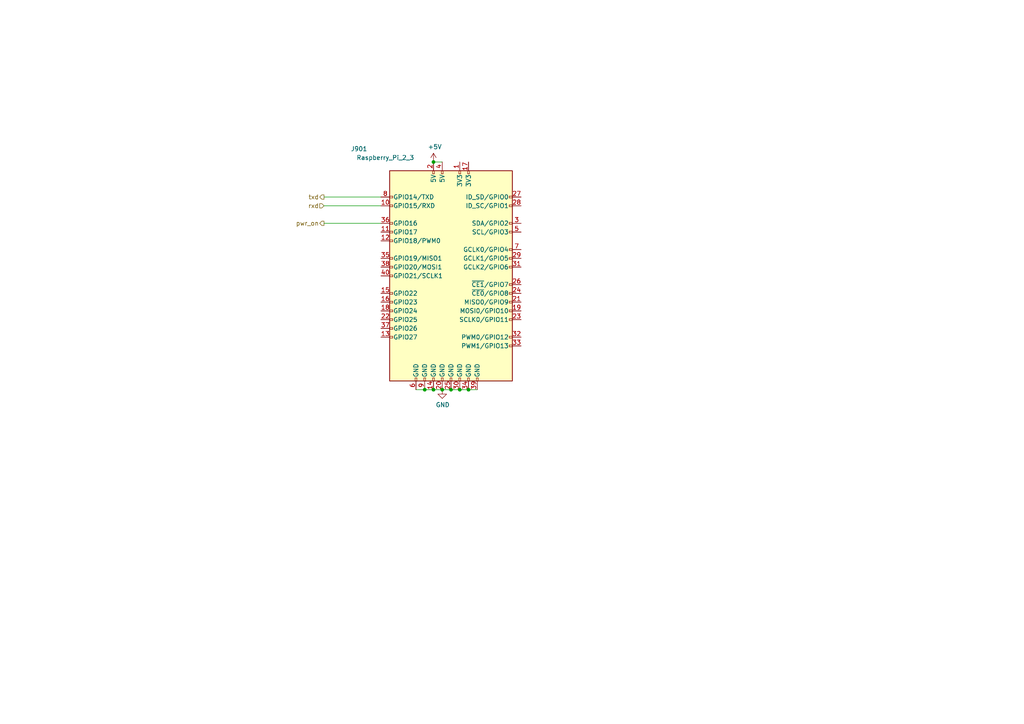
<source format=kicad_sch>
(kicad_sch (version 20210621) (generator eeschema)

  (uuid e26b9414-48b7-4e07-a4ea-f1def3328606)

  (paper "A4")

  (lib_symbols
    (symbol "Connector:Raspberry_Pi_2_3" (pin_names (offset 1.016)) (in_bom yes) (on_board yes)
      (property "Reference" "J" (id 0) (at -17.78 31.75 0)
        (effects (font (size 1.27 1.27)) (justify left bottom))
      )
      (property "Value" "Raspberry_Pi_2_3" (id 1) (at 10.16 -31.75 0)
        (effects (font (size 1.27 1.27)) (justify left top))
      )
      (property "Footprint" "" (id 2) (at 0 0 0)
        (effects (font (size 1.27 1.27)) hide)
      )
      (property "Datasheet" "https://www.raspberrypi.org/documentation/hardware/raspberrypi/schematics/rpi_SCH_3bplus_1p0_reduced.pdf" (id 3) (at 0 0 0)
        (effects (font (size 1.27 1.27)) hide)
      )
      (property "ki_keywords" "raspberrypi gpio" (id 4) (at 0 0 0)
        (effects (font (size 1.27 1.27)) hide)
      )
      (property "ki_description" "expansion header for Raspberry Pi 2 & 3" (id 5) (at 0 0 0)
        (effects (font (size 1.27 1.27)) hide)
      )
      (property "ki_fp_filters" "PinHeader*2x20*P2.54mm*Vertical* PinSocket*2x20*P2.54mm*Vertical*" (id 6) (at 0 0 0)
        (effects (font (size 1.27 1.27)) hide)
      )
      (symbol "Raspberry_Pi_2_3_0_1"
        (rectangle (start -17.78 30.48) (end 17.78 -30.48)
          (stroke (width 0.254) (type default) (color 0 0 0 0))
          (fill (type background))
        )
      )
      (symbol "Raspberry_Pi_2_3_1_1"
        (rectangle (start -16.891 -17.526) (end -17.78 -18.034)
          (stroke (width 0) (type default) (color 0 0 0 0))
          (fill (type none))
        )
        (rectangle (start -16.891 -14.986) (end -17.78 -15.494)
          (stroke (width 0) (type default) (color 0 0 0 0))
          (fill (type none))
        )
        (rectangle (start -16.891 -12.446) (end -17.78 -12.954)
          (stroke (width 0) (type default) (color 0 0 0 0))
          (fill (type none))
        )
        (rectangle (start -16.891 -9.906) (end -17.78 -10.414)
          (stroke (width 0) (type default) (color 0 0 0 0))
          (fill (type none))
        )
        (rectangle (start -16.891 -7.366) (end -17.78 -7.874)
          (stroke (width 0) (type default) (color 0 0 0 0))
          (fill (type none))
        )
        (rectangle (start -16.891 -4.826) (end -17.78 -5.334)
          (stroke (width 0) (type default) (color 0 0 0 0))
          (fill (type none))
        )
        (rectangle (start -16.891 0.254) (end -17.78 -0.254)
          (stroke (width 0) (type default) (color 0 0 0 0))
          (fill (type none))
        )
        (rectangle (start -16.891 2.794) (end -17.78 2.286)
          (stroke (width 0) (type default) (color 0 0 0 0))
          (fill (type none))
        )
        (rectangle (start -16.891 5.334) (end -17.78 4.826)
          (stroke (width 0) (type default) (color 0 0 0 0))
          (fill (type none))
        )
        (rectangle (start -16.891 10.414) (end -17.78 9.906)
          (stroke (width 0) (type default) (color 0 0 0 0))
          (fill (type none))
        )
        (rectangle (start -16.891 12.954) (end -17.78 12.446)
          (stroke (width 0) (type default) (color 0 0 0 0))
          (fill (type none))
        )
        (rectangle (start -16.891 15.494) (end -17.78 14.986)
          (stroke (width 0) (type default) (color 0 0 0 0))
          (fill (type none))
        )
        (rectangle (start -16.891 20.574) (end -17.78 20.066)
          (stroke (width 0) (type default) (color 0 0 0 0))
          (fill (type none))
        )
        (rectangle (start -16.891 23.114) (end -17.78 22.606)
          (stroke (width 0) (type default) (color 0 0 0 0))
          (fill (type none))
        )
        (rectangle (start -10.414 -29.591) (end -9.906 -30.48)
          (stroke (width 0) (type default) (color 0 0 0 0))
          (fill (type none))
        )
        (rectangle (start -7.874 -29.591) (end -7.366 -30.48)
          (stroke (width 0) (type default) (color 0 0 0 0))
          (fill (type none))
        )
        (rectangle (start -5.334 -29.591) (end -4.826 -30.48)
          (stroke (width 0) (type default) (color 0 0 0 0))
          (fill (type none))
        )
        (rectangle (start -5.334 30.48) (end -4.826 29.591)
          (stroke (width 0) (type default) (color 0 0 0 0))
          (fill (type none))
        )
        (rectangle (start -2.794 -29.591) (end -2.286 -30.48)
          (stroke (width 0) (type default) (color 0 0 0 0))
          (fill (type none))
        )
        (rectangle (start -2.794 30.48) (end -2.286 29.591)
          (stroke (width 0) (type default) (color 0 0 0 0))
          (fill (type none))
        )
        (rectangle (start -0.254 -29.591) (end 0.254 -30.48)
          (stroke (width 0) (type default) (color 0 0 0 0))
          (fill (type none))
        )
        (rectangle (start 2.286 -29.591) (end 2.794 -30.48)
          (stroke (width 0) (type default) (color 0 0 0 0))
          (fill (type none))
        )
        (rectangle (start 2.286 30.48) (end 2.794 29.591)
          (stroke (width 0) (type default) (color 0 0 0 0))
          (fill (type none))
        )
        (rectangle (start 4.826 -29.591) (end 5.334 -30.48)
          (stroke (width 0) (type default) (color 0 0 0 0))
          (fill (type none))
        )
        (rectangle (start 4.826 30.48) (end 5.334 29.591)
          (stroke (width 0) (type default) (color 0 0 0 0))
          (fill (type none))
        )
        (rectangle (start 7.366 -29.591) (end 7.874 -30.48)
          (stroke (width 0) (type default) (color 0 0 0 0))
          (fill (type none))
        )
        (rectangle (start 17.78 -20.066) (end 16.891 -20.574)
          (stroke (width 0) (type default) (color 0 0 0 0))
          (fill (type none))
        )
        (rectangle (start 17.78 -17.526) (end 16.891 -18.034)
          (stroke (width 0) (type default) (color 0 0 0 0))
          (fill (type none))
        )
        (rectangle (start 17.78 -12.446) (end 16.891 -12.954)
          (stroke (width 0) (type default) (color 0 0 0 0))
          (fill (type none))
        )
        (rectangle (start 17.78 -9.906) (end 16.891 -10.414)
          (stroke (width 0) (type default) (color 0 0 0 0))
          (fill (type none))
        )
        (rectangle (start 17.78 -7.366) (end 16.891 -7.874)
          (stroke (width 0) (type default) (color 0 0 0 0))
          (fill (type none))
        )
        (rectangle (start 17.78 -4.826) (end 16.891 -5.334)
          (stroke (width 0) (type default) (color 0 0 0 0))
          (fill (type none))
        )
        (rectangle (start 17.78 -2.286) (end 16.891 -2.794)
          (stroke (width 0) (type default) (color 0 0 0 0))
          (fill (type none))
        )
        (rectangle (start 17.78 2.794) (end 16.891 2.286)
          (stroke (width 0) (type default) (color 0 0 0 0))
          (fill (type none))
        )
        (rectangle (start 17.78 5.334) (end 16.891 4.826)
          (stroke (width 0) (type default) (color 0 0 0 0))
          (fill (type none))
        )
        (rectangle (start 17.78 7.874) (end 16.891 7.366)
          (stroke (width 0) (type default) (color 0 0 0 0))
          (fill (type none))
        )
        (rectangle (start 17.78 12.954) (end 16.891 12.446)
          (stroke (width 0) (type default) (color 0 0 0 0))
          (fill (type none))
        )
        (rectangle (start 17.78 15.494) (end 16.891 14.986)
          (stroke (width 0) (type default) (color 0 0 0 0))
          (fill (type none))
        )
        (rectangle (start 17.78 20.574) (end 16.891 20.066)
          (stroke (width 0) (type default) (color 0 0 0 0))
          (fill (type none))
        )
        (rectangle (start 17.78 23.114) (end 16.891 22.606)
          (stroke (width 0) (type default) (color 0 0 0 0))
          (fill (type none))
        )
        (pin power_in line (at 2.54 33.02 270) (length 2.54)
          (name "3V3" (effects (font (size 1.27 1.27))))
          (number "1" (effects (font (size 1.27 1.27))))
        )
        (pin bidirectional line (at -20.32 20.32 0) (length 2.54)
          (name "GPIO15/RXD" (effects (font (size 1.27 1.27))))
          (number "10" (effects (font (size 1.27 1.27))))
        )
        (pin bidirectional line (at -20.32 12.7 0) (length 2.54)
          (name "GPIO17" (effects (font (size 1.27 1.27))))
          (number "11" (effects (font (size 1.27 1.27))))
        )
        (pin bidirectional line (at -20.32 10.16 0) (length 2.54)
          (name "GPIO18/PWM0" (effects (font (size 1.27 1.27))))
          (number "12" (effects (font (size 1.27 1.27))))
        )
        (pin bidirectional line (at -20.32 -17.78 0) (length 2.54)
          (name "GPIO27" (effects (font (size 1.27 1.27))))
          (number "13" (effects (font (size 1.27 1.27))))
        )
        (pin power_in line (at -5.08 -33.02 90) (length 2.54)
          (name "GND" (effects (font (size 1.27 1.27))))
          (number "14" (effects (font (size 1.27 1.27))))
        )
        (pin bidirectional line (at -20.32 -5.08 0) (length 2.54)
          (name "GPIO22" (effects (font (size 1.27 1.27))))
          (number "15" (effects (font (size 1.27 1.27))))
        )
        (pin bidirectional line (at -20.32 -7.62 0) (length 2.54)
          (name "GPIO23" (effects (font (size 1.27 1.27))))
          (number "16" (effects (font (size 1.27 1.27))))
        )
        (pin power_in line (at 5.08 33.02 270) (length 2.54)
          (name "3V3" (effects (font (size 1.27 1.27))))
          (number "17" (effects (font (size 1.27 1.27))))
        )
        (pin bidirectional line (at -20.32 -10.16 0) (length 2.54)
          (name "GPIO24" (effects (font (size 1.27 1.27))))
          (number "18" (effects (font (size 1.27 1.27))))
        )
        (pin bidirectional line (at 20.32 -10.16 180) (length 2.54)
          (name "MOSI0/GPIO10" (effects (font (size 1.27 1.27))))
          (number "19" (effects (font (size 1.27 1.27))))
        )
        (pin power_in line (at -5.08 33.02 270) (length 2.54)
          (name "5V" (effects (font (size 1.27 1.27))))
          (number "2" (effects (font (size 1.27 1.27))))
        )
        (pin power_in line (at -2.54 -33.02 90) (length 2.54)
          (name "GND" (effects (font (size 1.27 1.27))))
          (number "20" (effects (font (size 1.27 1.27))))
        )
        (pin bidirectional line (at 20.32 -7.62 180) (length 2.54)
          (name "MISO0/GPIO9" (effects (font (size 1.27 1.27))))
          (number "21" (effects (font (size 1.27 1.27))))
        )
        (pin bidirectional line (at -20.32 -12.7 0) (length 2.54)
          (name "GPIO25" (effects (font (size 1.27 1.27))))
          (number "22" (effects (font (size 1.27 1.27))))
        )
        (pin bidirectional line (at 20.32 -12.7 180) (length 2.54)
          (name "SCLK0/GPIO11" (effects (font (size 1.27 1.27))))
          (number "23" (effects (font (size 1.27 1.27))))
        )
        (pin bidirectional line (at 20.32 -5.08 180) (length 2.54)
          (name "~{CE0}/GPIO8" (effects (font (size 1.27 1.27))))
          (number "24" (effects (font (size 1.27 1.27))))
        )
        (pin power_in line (at 0 -33.02 90) (length 2.54)
          (name "GND" (effects (font (size 1.27 1.27))))
          (number "25" (effects (font (size 1.27 1.27))))
        )
        (pin bidirectional line (at 20.32 -2.54 180) (length 2.54)
          (name "~{CE1}/GPIO7" (effects (font (size 1.27 1.27))))
          (number "26" (effects (font (size 1.27 1.27))))
        )
        (pin bidirectional line (at 20.32 22.86 180) (length 2.54)
          (name "ID_SD/GPIO0" (effects (font (size 1.27 1.27))))
          (number "27" (effects (font (size 1.27 1.27))))
        )
        (pin bidirectional line (at 20.32 20.32 180) (length 2.54)
          (name "ID_SC/GPIO1" (effects (font (size 1.27 1.27))))
          (number "28" (effects (font (size 1.27 1.27))))
        )
        (pin bidirectional line (at 20.32 5.08 180) (length 2.54)
          (name "GCLK1/GPIO5" (effects (font (size 1.27 1.27))))
          (number "29" (effects (font (size 1.27 1.27))))
        )
        (pin bidirectional line (at 20.32 15.24 180) (length 2.54)
          (name "SDA/GPIO2" (effects (font (size 1.27 1.27))))
          (number "3" (effects (font (size 1.27 1.27))))
        )
        (pin power_in line (at 2.54 -33.02 90) (length 2.54)
          (name "GND" (effects (font (size 1.27 1.27))))
          (number "30" (effects (font (size 1.27 1.27))))
        )
        (pin bidirectional line (at 20.32 2.54 180) (length 2.54)
          (name "GCLK2/GPIO6" (effects (font (size 1.27 1.27))))
          (number "31" (effects (font (size 1.27 1.27))))
        )
        (pin bidirectional line (at 20.32 -17.78 180) (length 2.54)
          (name "PWM0/GPIO12" (effects (font (size 1.27 1.27))))
          (number "32" (effects (font (size 1.27 1.27))))
        )
        (pin bidirectional line (at 20.32 -20.32 180) (length 2.54)
          (name "PWM1/GPIO13" (effects (font (size 1.27 1.27))))
          (number "33" (effects (font (size 1.27 1.27))))
        )
        (pin power_in line (at 5.08 -33.02 90) (length 2.54)
          (name "GND" (effects (font (size 1.27 1.27))))
          (number "34" (effects (font (size 1.27 1.27))))
        )
        (pin bidirectional line (at -20.32 5.08 0) (length 2.54)
          (name "GPIO19/MISO1" (effects (font (size 1.27 1.27))))
          (number "35" (effects (font (size 1.27 1.27))))
        )
        (pin bidirectional line (at -20.32 15.24 0) (length 2.54)
          (name "GPIO16" (effects (font (size 1.27 1.27))))
          (number "36" (effects (font (size 1.27 1.27))))
        )
        (pin bidirectional line (at -20.32 -15.24 0) (length 2.54)
          (name "GPIO26" (effects (font (size 1.27 1.27))))
          (number "37" (effects (font (size 1.27 1.27))))
        )
        (pin bidirectional line (at -20.32 2.54 0) (length 2.54)
          (name "GPIO20/MOSI1" (effects (font (size 1.27 1.27))))
          (number "38" (effects (font (size 1.27 1.27))))
        )
        (pin power_in line (at 7.62 -33.02 90) (length 2.54)
          (name "GND" (effects (font (size 1.27 1.27))))
          (number "39" (effects (font (size 1.27 1.27))))
        )
        (pin power_in line (at -2.54 33.02 270) (length 2.54)
          (name "5V" (effects (font (size 1.27 1.27))))
          (number "4" (effects (font (size 1.27 1.27))))
        )
        (pin bidirectional line (at -20.32 0 0) (length 2.54)
          (name "GPIO21/SCLK1" (effects (font (size 1.27 1.27))))
          (number "40" (effects (font (size 1.27 1.27))))
        )
        (pin bidirectional line (at 20.32 12.7 180) (length 2.54)
          (name "SCL/GPIO3" (effects (font (size 1.27 1.27))))
          (number "5" (effects (font (size 1.27 1.27))))
        )
        (pin power_in line (at -10.16 -33.02 90) (length 2.54)
          (name "GND" (effects (font (size 1.27 1.27))))
          (number "6" (effects (font (size 1.27 1.27))))
        )
        (pin bidirectional line (at 20.32 7.62 180) (length 2.54)
          (name "GCLK0/GPIO4" (effects (font (size 1.27 1.27))))
          (number "7" (effects (font (size 1.27 1.27))))
        )
        (pin bidirectional line (at -20.32 22.86 0) (length 2.54)
          (name "GPIO14/TXD" (effects (font (size 1.27 1.27))))
          (number "8" (effects (font (size 1.27 1.27))))
        )
        (pin power_in line (at -7.62 -33.02 90) (length 2.54)
          (name "GND" (effects (font (size 1.27 1.27))))
          (number "9" (effects (font (size 1.27 1.27))))
        )
      )
    )
    (symbol "power:+5V" (power) (pin_names (offset 0)) (in_bom yes) (on_board yes)
      (property "Reference" "#PWR" (id 0) (at 0 -3.81 0)
        (effects (font (size 1.27 1.27)) hide)
      )
      (property "Value" "+5V" (id 1) (at 0 3.556 0)
        (effects (font (size 1.27 1.27)))
      )
      (property "Footprint" "" (id 2) (at 0 0 0)
        (effects (font (size 1.27 1.27)) hide)
      )
      (property "Datasheet" "" (id 3) (at 0 0 0)
        (effects (font (size 1.27 1.27)) hide)
      )
      (property "ki_keywords" "power-flag" (id 4) (at 0 0 0)
        (effects (font (size 1.27 1.27)) hide)
      )
      (property "ki_description" "Power symbol creates a global label with name \"+5V\"" (id 5) (at 0 0 0)
        (effects (font (size 1.27 1.27)) hide)
      )
      (symbol "+5V_0_1"
        (polyline
          (pts
            (xy -0.762 1.27)
            (xy 0 2.54)
          )
          (stroke (width 0) (type default) (color 0 0 0 0))
          (fill (type none))
        )
        (polyline
          (pts
            (xy 0 0)
            (xy 0 2.54)
          )
          (stroke (width 0) (type default) (color 0 0 0 0))
          (fill (type none))
        )
        (polyline
          (pts
            (xy 0 2.54)
            (xy 0.762 1.27)
          )
          (stroke (width 0) (type default) (color 0 0 0 0))
          (fill (type none))
        )
      )
      (symbol "+5V_1_1"
        (pin power_in line (at 0 0 90) (length 0) hide
          (name "+5V" (effects (font (size 1.27 1.27))))
          (number "1" (effects (font (size 1.27 1.27))))
        )
      )
    )
    (symbol "power:GND" (power) (pin_names (offset 0)) (in_bom yes) (on_board yes)
      (property "Reference" "#PWR" (id 0) (at 0 -6.35 0)
        (effects (font (size 1.27 1.27)) hide)
      )
      (property "Value" "GND" (id 1) (at 0 -3.81 0)
        (effects (font (size 1.27 1.27)))
      )
      (property "Footprint" "" (id 2) (at 0 0 0)
        (effects (font (size 1.27 1.27)) hide)
      )
      (property "Datasheet" "" (id 3) (at 0 0 0)
        (effects (font (size 1.27 1.27)) hide)
      )
      (property "ki_keywords" "power-flag" (id 4) (at 0 0 0)
        (effects (font (size 1.27 1.27)) hide)
      )
      (property "ki_description" "Power symbol creates a global label with name \"GND\" , ground" (id 5) (at 0 0 0)
        (effects (font (size 1.27 1.27)) hide)
      )
      (symbol "GND_0_1"
        (polyline
          (pts
            (xy 0 0)
            (xy 0 -1.27)
            (xy 1.27 -1.27)
            (xy 0 -2.54)
            (xy -1.27 -1.27)
            (xy 0 -1.27)
          )
          (stroke (width 0) (type default) (color 0 0 0 0))
          (fill (type none))
        )
      )
      (symbol "GND_1_1"
        (pin power_in line (at 0 0 270) (length 0) hide
          (name "GND" (effects (font (size 1.27 1.27))))
          (number "1" (effects (font (size 1.27 1.27))))
        )
      )
    )
  )

  (junction (at 123.19 113.03) (diameter 0) (color 0 0 0 0))
  (junction (at 125.73 46.99) (diameter 0) (color 0 0 0 0))
  (junction (at 125.73 113.03) (diameter 0) (color 0 0 0 0))
  (junction (at 128.27 113.03) (diameter 0) (color 0 0 0 0))
  (junction (at 130.81 113.03) (diameter 0) (color 0 0 0 0))
  (junction (at 133.35 113.03) (diameter 0) (color 0 0 0 0))
  (junction (at 135.89 113.03) (diameter 0) (color 0 0 0 0))

  (wire (pts (xy 110.49 57.15) (xy 93.98 57.15))
    (stroke (width 0) (type default) (color 0 0 0 0))
    (uuid ac5c61c2-4b09-4dc9-ac1c-21d73ba490af)
  )
  (wire (pts (xy 110.49 59.69) (xy 93.98 59.69))
    (stroke (width 0) (type default) (color 0 0 0 0))
    (uuid a7b90b09-0353-4fe5-a9ee-0054a3c4202c)
  )
  (wire (pts (xy 110.49 64.77) (xy 93.98 64.77))
    (stroke (width 0) (type default) (color 0 0 0 0))
    (uuid 17dd9a86-ac06-4227-a057-fa2d533e3d89)
  )
  (wire (pts (xy 120.65 113.03) (xy 123.19 113.03))
    (stroke (width 0) (type default) (color 0 0 0 0))
    (uuid cf260fcc-d423-4fcc-ad8a-d8e3198fd09a)
  )
  (wire (pts (xy 123.19 113.03) (xy 125.73 113.03))
    (stroke (width 0) (type default) (color 0 0 0 0))
    (uuid c8cad451-7a53-4a4d-97f3-bdd70e30d8e6)
  )
  (wire (pts (xy 125.73 113.03) (xy 128.27 113.03))
    (stroke (width 0) (type default) (color 0 0 0 0))
    (uuid 5370d1c5-1a3c-4238-a991-c14452a81349)
  )
  (wire (pts (xy 128.27 46.99) (xy 125.73 46.99))
    (stroke (width 0) (type default) (color 0 0 0 0))
    (uuid 6d0a96e7-b9b5-47fa-b7d0-1f2e0684ca73)
  )
  (wire (pts (xy 128.27 113.03) (xy 130.81 113.03))
    (stroke (width 0) (type default) (color 0 0 0 0))
    (uuid 4b73f9ec-2e9f-4657-b69d-f31c355c34ec)
  )
  (wire (pts (xy 130.81 113.03) (xy 133.35 113.03))
    (stroke (width 0) (type default) (color 0 0 0 0))
    (uuid 14f4daaa-deed-43ff-9a3f-522afb8e3733)
  )
  (wire (pts (xy 133.35 113.03) (xy 135.89 113.03))
    (stroke (width 0) (type default) (color 0 0 0 0))
    (uuid 81bdf352-6807-4000-9229-be3174e3fc91)
  )
  (wire (pts (xy 135.89 113.03) (xy 138.43 113.03))
    (stroke (width 0) (type default) (color 0 0 0 0))
    (uuid 1c41a2a4-4133-49e6-8f00-e0b78456900e)
  )

  (hierarchical_label "txd" (shape output) (at 93.98 57.15 180)
    (effects (font (size 1.27 1.27)) (justify right))
    (uuid 15e108f7-ea92-4253-a327-52983d09d367)
  )
  (hierarchical_label "rxd" (shape input) (at 93.98 59.69 180)
    (effects (font (size 1.27 1.27)) (justify right))
    (uuid d2418e27-4833-4b4d-9907-a22831bd0adf)
  )
  (hierarchical_label "pwr_on" (shape output) (at 93.98 64.77 180)
    (effects (font (size 1.27 1.27)) (justify right))
    (uuid f87ad0a1-5889-4fdd-835b-7a159496decc)
  )

  (symbol (lib_id "power:+5V") (at 125.73 46.99 0) (unit 1)
    (in_bom yes) (on_board yes)
    (uuid 00000000-0000-0000-0000-0000615ecc44)
    (property "Reference" "#PWR0901" (id 0) (at 125.73 50.8 0)
      (effects (font (size 1.27 1.27)) hide)
    )
    (property "Value" "+5V" (id 1) (at 126.111 42.5958 0))
    (property "Footprint" "" (id 2) (at 125.73 46.99 0)
      (effects (font (size 1.27 1.27)) hide)
    )
    (property "Datasheet" "" (id 3) (at 125.73 46.99 0)
      (effects (font (size 1.27 1.27)) hide)
    )
    (pin "1" (uuid eb2943e1-3a68-4ea0-b562-b032692bb8ad))
  )

  (symbol (lib_id "power:GND") (at 128.27 113.03 0) (unit 1)
    (in_bom yes) (on_board yes)
    (uuid 00000000-0000-0000-0000-0000615ed135)
    (property "Reference" "#PWR0902" (id 0) (at 128.27 119.38 0)
      (effects (font (size 1.27 1.27)) hide)
    )
    (property "Value" "GND" (id 1) (at 128.397 117.4242 0))
    (property "Footprint" "" (id 2) (at 128.27 113.03 0)
      (effects (font (size 1.27 1.27)) hide)
    )
    (property "Datasheet" "" (id 3) (at 128.27 113.03 0)
      (effects (font (size 1.27 1.27)) hide)
    )
    (pin "1" (uuid 708137a6-525c-490c-9787-d6455786be46))
  )

  (symbol (lib_id "Connector:Raspberry_Pi_2_3") (at 130.81 80.01 0) (unit 1)
    (in_bom yes) (on_board yes)
    (uuid 00000000-0000-0000-0000-0000615eaa3f)
    (property "Reference" "J901" (id 0) (at 104.14 43.18 0))
    (property "Value" "Raspberry_Pi_2_3" (id 1) (at 111.76 45.72 0))
    (property "Footprint" "Module:MODULE_RASPBERRY_PI_3_MODEL_B+" (id 2) (at 130.81 80.01 0)
      (effects (font (size 1.27 1.27)) hide)
    )
    (property "Datasheet" "" (id 3) (at 130.81 80.01 0)
      (effects (font (size 1.27 1.27)) hide)
    )
    (pin "1" (uuid 19dbe99c-0083-4e2e-878a-aa8eaab4089f))
    (pin "10" (uuid cb96553c-1669-475d-9fe7-cf87a0f22f68))
    (pin "11" (uuid c9432927-54d8-4c9c-a596-dd22aa1ce3f0))
    (pin "12" (uuid fbb4ce42-12b7-4a5f-aef1-15eeb41ab1c8))
    (pin "13" (uuid 2b248994-e8e7-4a33-9466-1ca938518534))
    (pin "14" (uuid 801b2ea8-f950-4b62-9fa1-dfc769e82857))
    (pin "15" (uuid ec9f1ba0-dd90-4284-90c5-39e1e241eb76))
    (pin "16" (uuid 92be760f-ac2f-429c-b139-4130e05140d8))
    (pin "17" (uuid abd0cd59-468d-4d32-b636-3d1b07b122ea))
    (pin "18" (uuid b997ed8c-1053-478e-a5e7-eabfc56cbfbe))
    (pin "19" (uuid e35e61e1-239a-4479-b82c-c05046dc6474))
    (pin "2" (uuid 230dca40-174e-4c84-8953-fcd7910ff3cb))
    (pin "20" (uuid 0e977d94-20b6-4c0f-b9f6-38edc890f18f))
    (pin "21" (uuid 4bcba4b9-3926-48e6-97ef-4dc4c9fea65b))
    (pin "22" (uuid 4ccb3cce-2b22-41a6-bdb3-0bb808514ea2))
    (pin "23" (uuid 77e39f95-a82b-4251-9210-a23906c7f64a))
    (pin "24" (uuid f0dff8de-d8c4-4cbc-9bb4-12c385c018f3))
    (pin "25" (uuid 6bae5371-bd4e-42ec-af30-1192452672f3))
    (pin "26" (uuid c544a35a-6268-43b1-9fb1-e6a5f221973a))
    (pin "27" (uuid ed764965-d081-4a5f-aa3d-4b132e7b5412))
    (pin "28" (uuid a68f5375-b1aa-4bb7-b0ef-e7766e3fc2b8))
    (pin "29" (uuid 55321e15-5224-4720-9f91-9c56a47d06b9))
    (pin "3" (uuid 91d667cb-4fa7-40a4-8a1c-09130437b80b))
    (pin "30" (uuid ec769e09-65d5-4989-a5a3-72a3fe15d14e))
    (pin "31" (uuid 4e179778-1dab-44d0-be8f-3760a6f5e1a8))
    (pin "32" (uuid 8b0b9b08-a330-4def-87ac-f0f5c7ed5e05))
    (pin "33" (uuid b53a1aef-fc5e-447d-9928-4f9e3d3834dc))
    (pin "34" (uuid dafd18d4-a240-44ed-85bb-c19fce52787a))
    (pin "35" (uuid e8cdd1e4-5f52-4301-9af7-8e4cb7946d55))
    (pin "36" (uuid 9547627b-ae5e-45a7-bd4f-9801d162286b))
    (pin "37" (uuid 8b7826d8-43e3-4ba8-8f53-b3d481688a2b))
    (pin "38" (uuid bd08ee37-afbe-42ec-8312-f7a0165d2f47))
    (pin "39" (uuid f8325afb-737a-43a0-a929-78ff7ed5edfb))
    (pin "4" (uuid 67fb2065-bda3-4fc1-a6f2-9e9983411061))
    (pin "40" (uuid b6e16cb3-4d23-47bd-bf7c-5fa9436c8d5b))
    (pin "5" (uuid 5fd9f030-800a-43ce-b8f6-c539ad5df638))
    (pin "6" (uuid 2240b4fb-041f-40bc-b97a-42e1a870ca59))
    (pin "7" (uuid b6ea797e-417f-4440-befc-76519a1d22fe))
    (pin "8" (uuid 5774fa40-7e9e-4ad2-b7fc-bae84dfd6e18))
    (pin "9" (uuid e0917713-722d-4683-beb6-560a1a3dbea0))
  )
)

</source>
